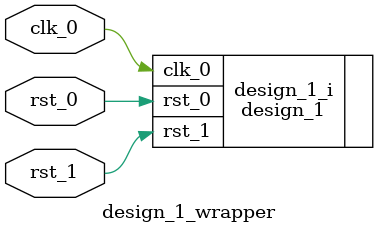
<source format=v>
`timescale 1 ps / 1 ps

module design_1_wrapper
   (clk_0,
    rst_0,
    rst_1);
  input clk_0;
  inout rst_0;
  inout rst_1;

  wire clk_0;
  wire rst_0;
  wire rst_1;

  design_1 design_1_i
       (.clk_0(clk_0),
        .rst_0(rst_0),
        .rst_1(rst_1));
endmodule

</source>
